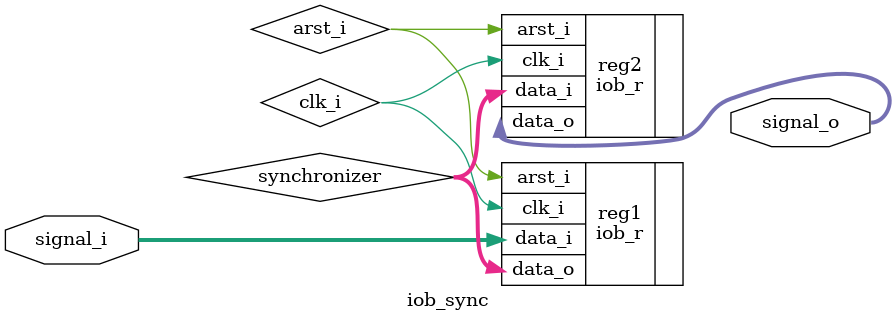
<source format=v>
`timescale 1ns / 1ps
`include "iob_reg_conf.vh"

module iob_sync #(
   parameter DATA_W  = 21,
   parameter RST_VAL = {DATA_W{1'b0}}
) (
   `include "clk_rst_s_port.vs"
   input      [DATA_W-1:0] signal_i,
   output reg [DATA_W-1:0] signal_o
);

   reg [DATA_W-1:0]        synchronizer;
   
   iob_r #(
           .DATA_W  (DATA_W),
           .RST_VAL (RST_VAL)
           )     
   reg1 (
         .clk_i   (clk_i),
         .arst_i   (arst_i),
         .data_i(signal_i),
         .data_o(synchronizer)
         );
   
   iob_r #(
          .DATA_W  (DATA_W),
          .RST_VAL (RST_VAL)
          )
   reg2 (
         .clk_i   (clk_i),
         .arst_i   (arst_i),
         .data_i(synchronizer),
         .data_o(signal_o)
         );
   
endmodule

</source>
